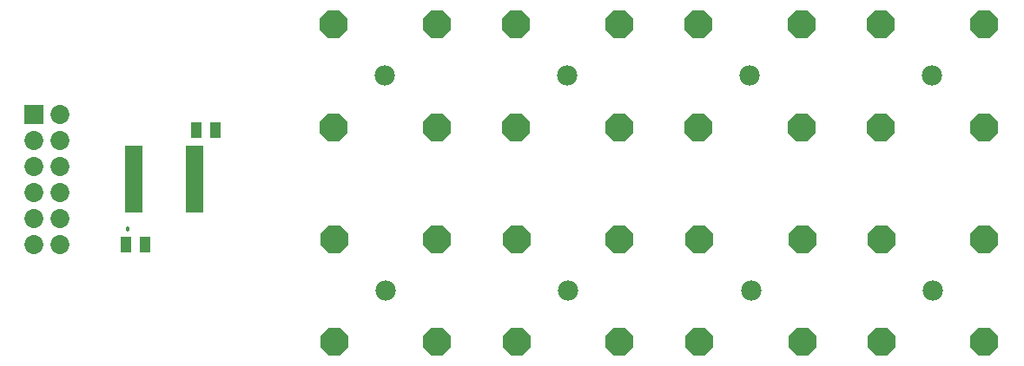
<source format=gts>
G04 Layer_Color=8388736*
%FSLAX25Y25*%
%MOIN*%
G70*
G01*
G75*
%ADD21R,0.04422X0.06233*%
%ADD22R,0.06607X0.02572*%
%ADD23C,0.07296*%
%ADD24R,0.07296X0.07296*%
%ADD25C,0.07800*%
%ADD26P,0.11690X8X202.5*%
%ADD27C,0.01800*%
D21*
X157760Y435000D02*
D03*
X150240D02*
D03*
X184760Y478974D02*
D03*
X177240D02*
D03*
D22*
X176567Y471516D02*
D03*
Y468957D02*
D03*
Y466398D02*
D03*
Y463839D02*
D03*
Y461280D02*
D03*
Y458720D02*
D03*
Y456161D02*
D03*
Y453602D02*
D03*
Y451043D02*
D03*
Y448484D02*
D03*
X153433D02*
D03*
Y451043D02*
D03*
Y453602D02*
D03*
Y456161D02*
D03*
Y458720D02*
D03*
Y461280D02*
D03*
Y463839D02*
D03*
Y466398D02*
D03*
Y468957D02*
D03*
Y471516D02*
D03*
D23*
X125000Y435000D02*
D03*
X115000D02*
D03*
X125000Y445000D02*
D03*
X115000D02*
D03*
X125000Y455000D02*
D03*
X115000D02*
D03*
X125000Y465000D02*
D03*
X115000D02*
D03*
X125000Y475000D02*
D03*
X115000D02*
D03*
X125000Y485000D02*
D03*
D24*
X115000D02*
D03*
D25*
X250000Y417199D02*
D03*
X320000D02*
D03*
X390200D02*
D03*
X460000D02*
D03*
X459800Y499800D02*
D03*
X389800D02*
D03*
X319800D02*
D03*
X249800D02*
D03*
D26*
X269800Y436999D02*
D03*
X230200D02*
D03*
X269800Y397399D02*
D03*
X230200D02*
D03*
X339800Y436999D02*
D03*
X300200D02*
D03*
X339800Y397399D02*
D03*
X300200D02*
D03*
X410000Y436999D02*
D03*
X370400D02*
D03*
X410000Y397399D02*
D03*
X370400D02*
D03*
X479800Y436999D02*
D03*
X440200D02*
D03*
X479800Y397399D02*
D03*
X440200D02*
D03*
X440000Y480000D02*
D03*
X479600D02*
D03*
X440000Y519600D02*
D03*
X479600D02*
D03*
X370000Y480000D02*
D03*
X409600D02*
D03*
X370000Y519600D02*
D03*
X409600D02*
D03*
X300000Y480000D02*
D03*
X339600D02*
D03*
X300000Y519600D02*
D03*
X339600D02*
D03*
X230000Y480000D02*
D03*
X269600D02*
D03*
X230000Y519600D02*
D03*
X269600D02*
D03*
D27*
X151000Y441000D02*
D03*
M02*

</source>
